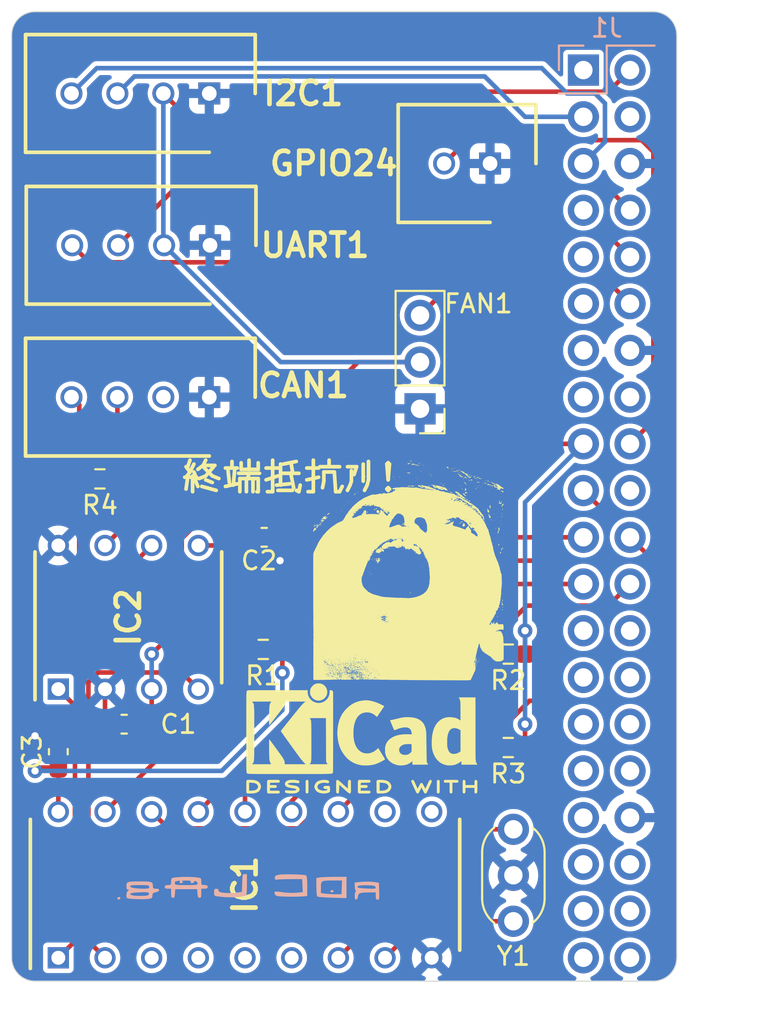
<source format=kicad_pcb>
(kicad_pcb (version 20221018) (generator pcbnew)
  (layers (0 "F.Cu" signal) (31 "B.Cu" signal) (34 "B.Paste" user) (35 "F.Paste" user) (36 "B.SilkS" user "B.Silkscreen") (37 "F.SilkS" user "F.Silkscreen") (38 "B.Mask" user) (39 "F.Mask" user) (44 "Edge.Cuts" user))
  (net 0 "")
  (net 1 "GND")
  (net 2 "+5V")
  (net 3 "CAN_H")
  (net 4 "CAN_L")
  (net 5 "CE0")
  (net 6 "MISO")
  (net 7 "MOSI")
  (net 8 "CLK")
  (net 9 "GPIO25")
  (net 10 "GPIO24")
  (net 11 "GPIO18")
  (net 12 "SDL")
  (net 13 "SDA")
  (net 14 "RX")
  (net 15 "TX")
  (net 16 "Net-(IC1-TXCAN)")
  (net 17 "Net-(IC1-RXCAN)")
  (net 22 "Net-(IC1-OSC2)")
  (net 23 "Net-(IC1-OSC1)")
  (net 26 "Net-(IC1-~{RESET})")
  (net 27 "+3.3V")
  (footprint "my_pretty:SHDR4W60P0X250_1X4_1250X640X880P" (layer "F.Cu") (at 43.815 43.815)
    (fp_text reference "UART1" (at 5.715 0) (layer "F.SilkS") (effects (font (size 1.27 1.27) (thickness 0.254))))
    (fp_text value "B04B-XASK-1_LF__SN_" hide)
    (pad "1" thru_hole rect (at 0 0) (size 1.2 1.2) (drill 0.8) (layers "*.Cu" "*.Mask") (net 1 "GND"))
    (pad "2" thru_hole circle (at -2.5 0) (size 1.2 1.2) (drill 0.8) (layers "*.Cu" "*.Mask") (net 2 "+5V"))
    (pad "3" thru_hole circle (at -5 0) (size 1.2 1.2) (drill 0.8) (layers "*.Cu" "*.Mask") (net 15 "TX"))
    (pad "4" thru_hole circle (at -7.5 0) (size 1.2 1.2) (drill 0.8) (layers "*.Cu" "*.Mask") (net 14 "RX"))
  )
  (footprint "my_pretty:DIP781W56P254L950H533Q8N" (layer "F.Cu") (at 39.37 64.04 90)
    (fp_text reference "IC2" (at 0 0 90) (layer "F.SilkS") (effects (font (size 1.27 1.27) (thickness 0.254))))
    (fp_text value "MCP2562FD-E_P" hide)
    (pad "1" thru_hole rect (at -3.905 -3.81 90) (size 1.159 1.159) (drill 0.759) (layers "*.Cu" "*.Mask") (net 16 "Net-(IC1-TXCAN)"))
    (pad "2" thru_hole circle (at -3.905 -1.27 90) (size 1.159 1.159) (drill 0.759) (layers "*.Cu" "*.Mask") (net 1 "GND"))
    (pad "3" thru_hole circle (at -3.905 1.27 90) (size 1.159 1.159) (drill 0.759) (layers "*.Cu" "*.Mask") (net 2 "+5V"))
    (pad "4" thru_hole circle (at -3.905 3.81 90) (size 1.159 1.159) (drill 0.759) (layers "*.Cu" "*.Mask") (net 17 "Net-(IC1-RXCAN)"))
    (pad "5" thru_hole circle (at 3.905 3.81 90) (size 1.159 1.159) (drill 0.759) (layers "*.Cu" "*.Mask") (net 27 "+3.3V"))
    (pad "6" thru_hole circle (at 3.905 1.27 90) (size 1.159 1.159) (drill 0.759) (layers "*.Cu" "*.Mask") (net 4 "CAN_L"))
    (pad "7" thru_hole circle (at 3.905 -1.27 90) (size 1.159 1.159) (drill 0.759) (layers "*.Cu" "*.Mask") (net 3 "CAN_H"))
    (pad "8" thru_hole circle (at 3.905 -3.81 90) (size 1.159 1.159) (drill 0.759) (layers "*.Cu" "*.Mask") (net 1 "GND"))
  )
  (footprint "my_pretty:SHDR4W60P0X250_1X4_1250X640X880P" (layer "F.Cu") (at 43.775 52.07)
    (fp_text reference "CAN1" (at 5.12 -0.635) (layer "F.SilkS") (effects (font (size 1.27 1.27) (thickness 0.254))))
    (fp_text value "B04B-XASK-1_LF__SN_" hide)
    (pad "1" thru_hole rect (at 0 0) (size 1.2 1.2) (drill 0.8) (layers "*.Cu" "*.Mask") (net 1 "GND"))
    (pad "2" thru_hole circle (at -2.5 0) (size 1.2 1.2) (drill 0.8) (layers "*.Cu" "*.Mask"))
    (pad "3" thru_hole circle (at -5 0) (size 1.2 1.2) (drill 0.8) (layers "*.Cu" "*.Mask") (net 3 "CAN_H"))
    (pad "4" thru_hole circle (at -7.5 0) (size 1.2 1.2) (drill 0.8) (layers "*.Cu" "*.Mask") (net 4 "CAN_L"))
  )
  (footprint "Resistor_SMD:R_0603_1608Metric_Pad0.98x0.95mm_HandSolder" (layer "F.Cu") (at 37.8225 56.515 180)
    (fp_text reference "R4" (at 0 -1.43) (layer "F.SilkS"))
    (fp_text value "120")
    (pad "1" smd roundrect (at -0.9125 0 180) (size 0.975 0.95) (layers "F.Cu" "F.Paste" "F.Mask") (net 3 "CAN_H"))
    (pad "2" smd roundrect (at 0.9125 0 180) (size 0.975 0.95) (layers "F.Cu" "F.Paste" "F.Mask") (net 4 "CAN_L"))
  )
  (footprint "Resistor_SMD:R_0603_1608Metric_Pad0.98x0.95mm_HandSolder" (layer "F.Cu") (at 60.0475 71.12 180)
    (fp_text reference "R3" (at 0 -1.43) (layer "F.SilkS"))
    (fp_text value "10k")
    (pad "1" smd roundrect (at -0.9125 0 180) (size 0.975 0.95) (layers "F.Cu" "F.Paste" "F.Mask") (net 27 "+3.3V"))
    (pad "2" smd roundrect (at 0.9125 0 180) (size 0.975 0.95) (layers "F.Cu" "F.Paste" "F.Mask") (net 9 "GPIO25"))
  )
  (footprint "Connector_PinHeader_2.54mm:PinHeader_1x03_P2.54mm_Vertical" (layer "F.Cu") (at 55.245 52.705 180)
    (fp_text reference "FAN1" (at -3.175 5.715) (layer "F.SilkS"))
    (fp_text value "Conn_01x03")
    (pad "1" thru_hole rect (at 0 0 180) (size 1.7 1.7) (drill 1) (layers "*.Cu" "*.Mask") (net 1 "GND"))
    (pad "2" thru_hole oval (at 0 2.54 180) (size 1.7 1.7) (drill 1) (layers "*.Cu" "*.Mask") (net 2 "+5V"))
    (pad "3" thru_hole oval (at 0 5.08 180) (size 1.7 1.7) (drill 1) (layers "*.Cu" "*.Mask") (net 11 "GPIO18"))
  )
  (footprint "Resistor_SMD:R_0603_1608Metric_Pad0.98x0.95mm_HandSolder" (layer "F.Cu") (at 46.7125 65.786 180)
    (fp_text reference "R1" (at 0 -1.43) (layer "F.SilkS"))
    (fp_text value "10k")
    (pad "1" smd roundrect (at -0.9125 0 180) (size 0.975 0.95) (layers "F.Cu" "F.Paste" "F.Mask") (net 27 "+3.3V"))
    (pad "2" smd roundrect (at 0.9125 0 180) (size 0.975 0.95) (layers "F.Cu" "F.Paste" "F.Mask") (net 26 "Net-(IC1-~{RESET})"))
  )
  (footprint "my_pretty:SHDR2W60P0X250_1X2_750X640X880P" (layer "F.Cu") (at 59.055 39.37)
    (fp_text reference "GPIO24" (at -8.509 0) (layer "F.SilkS") (effects (font (size 1.27 1.27) (thickness 0.254))))
    (fp_text value "B02B-XASK-1" hide)
    (pad "1" thru_hole rect (at 0 0) (size 1.2 1.2) (drill 0.8) (layers "*.Cu" "*.Mask") (net 1 "GND"))
    (pad "2" thru_hole circle (at -2.5 0) (size 1.2 1.2) (drill 0.8) (layers "*.Cu" "*.Mask") (net 10 "GPIO24"))
  )
  (footprint "logo_pretty:f" (layer "F.Cu") (at 54.61 61.468)
    (fp_text reference "G***" hide)
    (fp_text value "LOGO" hide)
  )
  (footprint "Capacitor_SMD:C_0603_1608Metric_Pad1.08x0.95mm_HandSolder" (layer "F.Cu") (at 35.56 71.3475 90)
    (fp_text reference "C3" (at 0 -1.43 90) (layer "F.SilkS"))
    (fp_text value "0.1u")
    (pad "1" smd roundrect (at -0.8625 0 90) (size 1.075 0.95) (layers "F.Cu" "F.Paste" "F.Mask") (net 27 "+3.3V"))
    (pad "2" smd roundrect (at 0.8625 0 90) (size 1.075 0.95) (layers "F.Cu" "F.Paste" "F.Mask") (net 1 "GND"))
  )
  (footprint "my_pretty:SHDR4W60P0X250_1X4_1250X640X880P" (layer "F.Cu") (at 43.775 35.56)
    (fp_text reference "I2C1" (at 5.12 0) (layer "F.SilkS") (effects (font (size 1.27 1.27) (thickness 0.254))))
    (fp_text value "B04B-XASK-1_LF__SN_" hide)
    (pad "1" thru_hole rect (at 0 0) (size 1.2 1.2) (drill 0.8) (layers "*.Cu" "*.Mask") (net 1 "GND"))
    (pad "2" thru_hole circle (at -2.5 0) (size 1.2 1.2) (drill 0.8) (layers "*.Cu" "*.Mask") (net 2 "+5V"))
    (pad "3" thru_hole circle (at -5 0) (size 1.2 1.2) (drill 0.8) (layers "*.Cu" "*.Mask") (net 13 "SDA"))
    (pad "4" thru_hole circle (at -7.5 0) (size 1.2 1.2) (drill 0.8) (layers "*.Cu" "*.Mask") (net 12 "SDL"))
  )
  (footprint "my_pretty:DIP794W56P254L2286H533Q18N" (layer "F.Cu") (at 45.72 78.581 90)
    (fp_text reference "IC1" (at 0 0 90) (layer "F.SilkS") (effects (font (size 1.27 1.27) (thickness 0.254))))
    (fp_text value "MCP2515-I_P" hide)
    (pad "1" thru_hole rect (at -3.969 -10.16 90) (size 1.159 1.159) (drill 0.759) (layers "*.Cu" "*.Mask") (net 16 "Net-(IC1-TXCAN)"))
    (pad "2" thru_hole circle (at -3.969 -7.62 90) (size 1.159 1.159) (drill 0.759) (layers "*.Cu" "*.Mask") (net 17 "Net-(IC1-RXCAN)"))
    (pad "3" thru_hole circle (at -3.969 -5.08 90) (size 1.159 1.159) (drill 0.759) (layers "*.Cu" "*.Mask"))
    (pad "4" thru_hole circle (at -3.969 -2.54 90) (size 1.159 1.159) (drill 0.759) (layers "*.Cu" "*.Mask"))
    (pad "5" thru_hole circle (at -3.969 0 90) (size 1.159 1.159) (drill 0.759) (layers "*.Cu" "*.Mask"))
    (pad "6" thru_hole circle (at -3.969 2.54 90) (size 1.159 1.159) (drill 0.759) (layers "*.Cu" "*.Mask"))
    (pad "7" thru_hole circle (at -3.969 5.08 90) (size 1.159 1.159) (drill 0.759) (layers "*.Cu" "*.Mask") (net 22 "Net-(IC1-OSC2)"))
    (pad "8" thru_hole circle (at -3.969 7.62 90) (size 1.159 1.159) (drill 0.759) (layers "*.Cu" "*.Mask") (net 23 "Net-(IC1-OSC1)"))
    (pad "9" thru_hole circle (at -3.969 10.16 90) (size 1.159 1.159) (drill 0.759) (layers "*.Cu" "*.Mask") (net 1 "GND"))
    (pad "10" thru_hole circle (at 3.969 10.16 90) (size 1.159 1.159) (drill 0.759) (layers "*.Cu" "*.Mask"))
    (pad "11" thru_hole circle (at 3.969 7.62 90) (size 1.159 1.159) (drill 0.759) (layers "*.Cu" "*.Mask"))
    (pad "12" thru_hole circle (at 3.969 5.08 90) (size 1.159 1.159) (drill 0.759) (layers "*.Cu" "*.Mask") (net 9 "GPIO25"))
    (pad "13" thru_hole circle (at 3.969 2.54 90) (size 1.159 1.159) (drill 0.759) (layers "*.Cu" "*.Mask") (net 8 "CLK"))
    (pad "14" thru_hole circle (at 3.969 0 90) (size 1.159 1.159) (drill 0.759) (layers "*.Cu" "*.Mask") (net 7 "MOSI"))
    (pad "15" thru_hole circle (at 3.969 -2.54 90) (size 1.159 1.159) (drill 0.759) (layers "*.Cu" "*.Mask") (net 6 "MISO"))
    (pad "16" thru_hole circle (at 3.969 -5.08 90) (size 1.159 1.159) (drill 0.759) (layers "*.Cu" "*.Mask") (net 5 "CE0"))
    (pad "17" thru_hole circle (at 3.969 -7.62 90) (size 1.159 1.159) (drill 0.759) (layers "*.Cu" "*.Mask") (net 26 "Net-(IC1-~{RESET})"))
    (pad "18" thru_hole circle (at 3.969 -10.16 90) (size 1.159 1.159) (drill 0.759) (layers "*.Cu" "*.Mask") (net 27 "+3.3V"))
  )
  (footprint "Resistor_SMD:R_0603_1608Metric_Pad0.98x0.95mm_HandSolder" (layer "F.Cu") (at 60.0475 66.04 180)
    (fp_text reference "R2" (at 0 -1.43) (layer "F.SilkS"))
    (fp_text value "10k")
    (pad "1" smd roundrect (at -0.9125 0 180) (size 0.975 0.95) (layers "F.Cu" "F.Paste" "F.Mask") (net 27 "+3.3V"))
    (pad "2" smd roundrect (at 0.9125 0 180) (size 0.975 0.95) (layers "F.Cu" "F.Paste" "F.Mask") (net 5 "CE0"))
  )
  (footprint "Crystal:Resonator_Murata_CSTLSxxxX-3Pin_W5.5mm_H3.0mm" (layer "F.Cu") (at 60.325 75.565 -90)
    (fp_text reference "Y1" (at 6.895 0) (layer "F.SilkS"))
    (fp_text value "Resonator")
    (pad "1" thru_hole circle (at 0 0 270) (size 1.7 1.7) (drill 1) (layers "*.Cu" "*.Mask") (net 22 "Net-(IC1-OSC2)"))
    (pad "2" thru_hole circle (at 2.5 0 270) (size 1.7 1.7) (drill 1) (layers "*.Cu" "*.Mask") (net 1 "GND"))
    (pad "3" thru_hole circle (at 5 0 270) (size 1.7 1.7) (drill 1) (layers "*.Cu" "*.Mask") (net 23 "Net-(IC1-OSC1)"))
  )
  (footprint "Capacitor_SMD:C_0603_1608Metric_Pad1.08x0.95mm_HandSolder" (layer "F.Cu") (at 46.7625 59.69)
    (fp_text reference "C2" (at -0.2805 1.27) (layer "F.SilkS"))
    (fp_text value "0.1u")
    (pad "1" smd roundrect (at -0.8625 0) (size 1.075 0.95) (layers "F.Cu" "F.Paste" "F.Mask") (net 27 "+3.3V"))
    (pad "2" smd roundrect (at 0.8625 0) (size 1.075 0.95) (layers "F.Cu" "F.Paste" "F.Mask") (net 1 "GND"))
  )
  (footprint "Capacitor_SMD:C_0603_1608Metric_Pad1.08x0.95mm_HandSolder" (layer "F.Cu") (at 39.1425 69.85 180)
    (fp_text reference "C1" (at -2.9475 0) (layer "F.SilkS"))
    (fp_text value "0.1u")
    (pad "1" smd roundrect (at -0.8625 0 180) (size 1.075 0.95) (layers "F.Cu" "F.Paste" "F.Mask") (net 2 "+5V"))
    (pad "2" smd roundrect (at 0.8625 0 180) (size 1.075 0.95) (layers "F.Cu" "F.Paste" "F.Mask") (net 1 "GND"))
  )
  (footprint "Symbol:KiCad-Logo2_5mm_SilkScreen" (layer "F.Cu") (at 52.07 70.612)
    (fp_text reference "REF**" hide)
    (fp_text value "KiCad-Logo2_5mm_SilkScreen" hide)
  )
  (footprint "Connector_PinSocket_2.54mm:PinSocket_2x20_P2.54mm_Vertical" (layer "B.Cu") (at 64.135 34.29 180)
    (fp_text reference "J1" (at -1.27 2.286) (layer "B.SilkS") (effects (justify mirror)))
    (fp_text value "Conn_02x20_Odd_Even")
    (pad "1" thru_hole rect (at 0 0 180) (size 1.7 1.7) (drill 1) (layers "*.Cu" "*.Mask"))
    (pad "2" thru_hole oval (at -2.54 0 180) (size 1.7 1.7) (drill 1) (layers "*.Cu" "*.Mask") (net 2 "+5V"))
    (pad "3" thru_hole oval (at 0 -2.54 180) (size 1.7 1.7) (drill 1) (layers "*.Cu" "*.Mask") (net 13 "SDA"))
    (pad "4" thru_hole oval (at -2.54 -2.54 180) (size 1.7 1.7) (drill 1) (layers "*.Cu" "*.Mask"))
    (pad "5" thru_hole oval (at 0 -5.08 180) (size 1.7 1.7) (drill 1) (layers "*.Cu" "*.Mask") (net 12 "SDL"))
    (pad "6" thru_hole oval (at -2.54 -5.08 180) (size 1.7 1.7) (drill 1) (layers "*.Cu" "*.Mask") (net 1 "GND"))
    (pad "7" thru_hole oval (at 0 -7.62 180) (size 1.7 1.7) (drill 1) (layers "*.Cu" "*.Mask"))
    (pad "8" thru_hole oval (at -2.54 -7.62 180) (size 1.7 1.7) (drill 1) (layers "*.Cu" "*.Mask") (net 15 "TX"))
    (pad "9" thru_hole oval (at 0 -10.16 180) (size 1.7 1.7) (drill 1) (layers "*.Cu" "*.Mask"))
    (pad "10" thru_hole oval (at -2.54 -10.16 180) (size 1.7 1.7) (drill 1) (layers "*.Cu" "*.Mask") (net 14 "RX"))
    (pad "11" thru_hole oval (at 0 -12.7 180) (size 1.7 1.7) (drill 1) (layers "*.Cu" "*.Mask"))
    (pad "12" thru_hole oval (at -2.54 -12.7 180) (size 1.7 1.7) (drill 1) (layers "*.Cu" "*.Mask") (net 11 "GPIO18"))
    (pad "13" thru_hole oval (at 0 -15.24 180) (size 1.7 1.7) (drill 1) (layers "*.Cu" "*.Mask"))
    (pad "14" thru_hole oval (at -2.54 -15.24 180) (size 1.7 1.7) (drill 1) (layers "*.Cu" "*.Mask") (net 1 "GND"))
    (pad "15" thru_hole oval (at 0 -17.78 180) (size 1.7 1.7) (drill 1) (layers "*.Cu" "*.Mask"))
    (pad "16" thru_hole oval (at -2.54 -17.78 180) (size 1.7 1.7) (drill 1) (layers "*.Cu" "*.Mask"))
    (pad "17" thru_hole oval (at 0 -20.32 180) (size 1.7 1.7) (drill 1) (layers "*.Cu" "*.Mask") (net 27 "+3.3V"))
    (pad "18" thru_hole oval (at -2.54 -20.32 180) (size 1.7 1.7) (drill 1) (layers "*.Cu" "*.Mask") (net 10 "GPIO24"))
    (pad "19" thru_hole oval (at 0 -22.86 180) (size 1.7 1.7) (drill 1) (layers "*.Cu" "*.Mask") (net 7 "MOSI"))
    (pad "20" thru_hole oval (at -2.54 -22.86 180) (size 1.7 1.7) (drill 1) (layers "*.Cu" "*.Mask"))
    (pad "21" thru_hole oval (at 0 -25.4 180) (size 1.7 1.7) (drill 1) (layers "*.Cu" "*.Mask") (net 6 "MISO"))
    (pad "22" thru_hole oval (at -2.54 -25.4 180) (size 1.7 1.7) (drill 1) (layers "*.Cu" "*.Mask") (net 9 "GPIO25"))
    (pad "23" thru_hole oval (at 0 -27.94 180) (size 1.7 1.7) (drill 1) (layers "*.Cu" "*.Mask") (net 8 "CLK"))
    (pad "24" thru_hole oval (at -2.54 -27.94 180) (size 1.7 1.7) (drill 1) (layers "*.Cu" "*.Mask") (net 5 "CE0"))
    (pad "25" thru_hole oval (at 0 -30.48 180) (size 1.7 1.7) (drill 1) (layers "*.Cu" "*.Mask"))
    (pad "26" thru_hole oval (at -2.54 -30.48 180) (size 1.7 1.7) (drill 1) (layers "*.Cu" "*.Mask"))
    (pad "27" thru_hole oval (at 0 -33.02 180) (size 1.7 1.7) (drill 1) (layers "*.Cu" "*.Mask"))
    (pad "28" thru_hole oval (at -2.54 -33.02 180) (size 1.7 1.7) (drill 1) (layers "*.Cu" "*.Mask"))
    (pad "29" thru_hole oval (at 0 -35.56 180) (size 1.7 1.7) (drill 1) (layers "*.Cu" "*.Mask"))
    (pad "30" thru_hole oval (at -2.54 -35.56 180) (size 1.7 1.7) (drill 1) (layers "*.Cu" "*.Mask"))
    (pad "31" thru_hole oval (at 0 -38.1 180) (size 1.7 1.7) (drill 1) (layers "*.Cu" "*.Mask"))
    (pad "32" thru_hole oval (at -2.54 -38.1 180) (size 1.7 1.7) (drill 1) (layers "*.Cu" "*.Mask"))
    (pad "33" thru_hole oval (at 0 -40.64 180) (size 1.7 1.7) (drill 1) (layers "*.Cu" "*.Mask"))
    (pad "34" thru_hole oval (at -2.54 -40.64 180) (size 1.7 1.7) (drill 1) (layers "*.Cu" "*.Mask") (net 1 "GND"))
    (pad "35" thru_hole oval (at 0 -43.18 180) (size 1.7 1.7) (drill 1) (layers "*.Cu" "*.Mask"))
    (pad "36" thru_hole oval (at -2.54 -43.18 180) (size 1.7 1.7) (drill 1) (layers "*.Cu" "*.Mask"))
    (pad "37" thru_hole oval (at 0 -45.72 180) (size 1.7 1.7) (drill 1) (layers "*.Cu" "*.Mask"))
    (pad "38" thru_hole oval (at -2.54 -45.72 180) (size 1.7 1.7) (drill 1) (layers "*.Cu" "*.Mask"))
    (pad "39" thru_hole oval (at 0 -48.26 180) (size 1.7 1.7) (drill 1) (layers "*.Cu" "*.Mask"))
    (pad "40" thru_hole oval (at -2.54 -48.26 180) (size 1.7 1.7) (drill 1) (layers "*.Cu" "*.Mask"))
  )
  (footprint "logo_pretty:rdclab_small" (layer "B.Cu") (at 45.974 78.994 180)
    (fp_text reference "G***" hide)
    (fp_text value "LOGO" hide)
  )
  (gr_line (start 34.29 31.115) (end 67.945 31.115) (stroke (width 0.05)) (layer "Edge.Cuts"))
  (gr_line (start 69.215 32.385) (end 69.215 82.55) (stroke (width 0.05)) (layer "Edge.Cuts"))
  (gr_line (start 33.02 32.385) (end 33.02 82.55) (stroke (width 0.05)) (layer "Edge.Cuts"))
  (gr_line (start 34.29 83.82) (end 67.945 83.82) (stroke (width 0.05)) (layer "Edge.Cuts"))
  (gr_arc (start 69.215 82.55) (mid 68.843026 83.448026) (end 67.945 83.82) (stroke (width 0.05)) (layer "Edge.Cuts"))
  (gr_arc (start 67.945 31.115) (mid 68.843026 31.486974) (end 69.215 32.385) (stroke (width 0.05)) (layer "Edge.Cuts"))
  (gr_arc (start 34.29 83.82) (mid 33.391974 83.448026) (end 33.02 82.55) (stroke (width 0.05)) (layer "Edge.Cuts"))
  (gr_arc (start 33.02 32.385) (mid 33.391974 31.486974) (end 34.29 31.115) (stroke (width 0.05)) (layer "Edge.Cuts"))
  (gr_text "終端抵抗ｱﾘ！" (at 42.164 57.404) (layer "F.SilkS") (effects (font (size 1.5 1.5) (thickness 0.2)) (justify left bottom)))
  (segment (start 38.1 67.945) (end 38.1 69.67) (width 0.25) (layer "F.Cu") (net 1))
  (segment (start 35.56 70.485) (end 34.29 70.485) (width 0.25) (layer "F.Cu") (net 1))
  (segment (start 38.1 69.67) (end 38.28 69.85) (width 0.25) (layer "F.Cu") (net 1))
  (segment (start 47.625 59.69) (end 47.625 60.96) (width 0.25) (layer "F.Cu") (net 1))
  (via (at 47.625 60.96) (size 0.8) (drill 0.4) (layers "F.Cu" "B.Cu") (net 1))
  (via (at 34.29 70.485) (size 0.8) (drill 0.4) (layers "F.Cu" "B.Cu") (net 1))
  (segment (start 40.64 69.215) (end 40.005 69.85) (width 0.25) (layer "F.Cu") (net 2))
  (segment (start 57.63462 35.465) (end 56.26962 36.83) (width 0.25) (layer "F.Cu") (net 2))
  (segment (start 51.870844 50.165) (end 55.245 50.165) (width 0.25) (layer "F.Cu") (net 2))
  (segment (start 42.2755 64.4045) (end 42.2755 59.760344) (width 0.25) (layer "F.Cu") (net 2))
  (segment (start 56.26962 36.83) (end 42.545 36.83) (width 0.25) (layer "F.Cu") (net 2))
  (segment (start 40.64 66.04) (end 42.2755 64.4045) (width 0.25) (layer "F.Cu") (net 2))
  (segment (start 42.545 36.83) (end 41.275 35.56) (width 0.25) (layer "F.Cu") (net 2))
  (segment (start 65.5 35.465) (end 57.63462 35.465) (width 0.25) (layer "F.Cu") (net 2))
  (segment (start 66.675 34.29) (end 65.5 35.465) (width 0.25) (layer "F.Cu") (net 2))
  (segment (start 42.2755 59.760344) (end 51.870844 50.165) (width 0.25) (layer "F.Cu") (net 2))
  (segment (start 40.64 67.945) (end 40.64 69.215) (width 0.25) (layer "F.Cu") (net 2))
  (via (at 40.64 66.04) (size 0.8) (drill 0.4) (layers "F.Cu" "B.Cu") (net 2))
  (segment (start 41.315 43.815) (end 47.665 50.165) (width 0.25) (layer "B.Cu") (net 2))
  (segment (start 40.64 67.945) (end 40.64 66.04) (width 0.25) (layer "B.Cu") (net 2))
  (segment (start 41.275 35.56) (end 41.275 43.775) (width 0.25) (layer "B.Cu") (net 2))
  (segment (start 41.275 43.775) (end 41.315 43.815) (width 0.25) (layer "B.Cu") (net 2))
  (segment (start 47.665 50.165) (end 55.245 50.165) (width 0.25) (layer "B.Cu") (net 2))
  (segment (start 38.775 59.46) (end 38.1 60.135) (width 0.25) (layer "F.Cu") (net 3))
  (segment (start 38.775 52.07) (end 38.775 59.46) (width 0.25) (layer "F.Cu") (net 3))
  (segment (start 36.699264 52.494264) (end 36.699264 60.829264) (width 0.25) (layer "F.Cu") (net 4))
  (segment (start 36.699264 60.829264) (end 37.465 61.595) (width 0.25) (layer "F.Cu") (net 4))
  (segment (start 39.18 61.595) (end 40.64 60.135) (width 0.25) (layer "F.Cu") (net 4))
  (segment (start 37.465 61.595) (end 39.18 61.595) (width 0.25) (layer "F.Cu") (net 4))
  (segment (start 36.275 52.07) (end 36.699264 52.494264) (width 0.25) (layer "F.Cu") (net 4))
  (segment (start 66.675 62.23) (end 65.5 63.405) (width 0.25) (layer "F.Cu") (net 5))
  (segment (start 49.5785 74.572656) (end 49.5785 73.66) (width 0.25) (layer "F.Cu") (net 5))
  (segment (start 65.5 63.405) (end 61.055 63.405) (width 0.25) (layer "F.Cu") (net 5))
  (segment (start 61.055 63.405) (end 59.135 65.325) (width 0.25) (layer "F.Cu") (net 5))
  (segment (start 48.634656 75.5165) (end 49.5785 74.572656) (width 0.25) (layer "F.Cu") (net 5))
  (segment (start 40.64 74.612) (end 41.5445 75.5165) (width 0.25) (layer "F.Cu") (net 5))
  (segment (start 57.1985 66.04) (end 59.135 66.04) (width 0.25) (layer "F.Cu") (net 5))
  (segment (start 41.5445 75.5165) (end 48.634656 75.5165) (width 0.25) (layer "F.Cu") (net 5))
  (segment (start 59.135 65.325) (end 59.135 66.04) (width 0.25) (layer "F.Cu") (net 5))
  (segment (start 49.5785 73.66) (end 57.1985 66.04) (width 0.25) (layer "F.Cu") (net 5))
  (segment (start 58.102 59.69) (end 43.18 74.612) (width 0.25) (layer "F.Cu") (net 6))
  (segment (start 64.135 59.69) (end 58.102 59.69) (width 0.25) (layer "F.Cu") (net 6))
  (segment (start 64.77 60.96) (end 65.405 60.325) (width 0.25) (layer "F.Cu") (net 7))
  (segment (start 57.785 60.96) (end 64.77 60.96) (width 0.25) (layer "F.Cu") (net 7))
  (segment (start 45.72 74.612) (end 45.72 73.025) (width 0.25) (layer "F.Cu") (net 7))
  (segment (start 45.72 73.025) (end 57.785 60.96) (width 0.25) (layer "F.Cu") (net 7))
  (segment (start 65.405 58.42) (end 64.135 57.15) (width 0.25) (layer "F.Cu") (net 7))
  (segment (start 65.405 60.325) (end 65.405 58.42) (width 0.25) (layer "F.Cu") (net 7))
  (segment (start 48.26 74.612) (end 48.26 74.0325) (width 0.25) (layer "F.Cu") (net 8))
  (segment (start 48.26 74.0325) (end 60.0625 62.23) (width 0.25) (layer "F.Cu") (net 8))
  (segment (start 60.0625 62.23) (end 64.135 62.23) (width 0.25) (layer "F.Cu") (net 8))
  (segment (start 54.292 71.12) (end 59.135 71.12) (width 0.25) (layer "F.Cu") (net 9))
  (segment (start 67.31 68.58) (end 67.945 67.945) (width 0.25) (layer "F.Cu") (net 9))
  (segment (start 59.135 71.12) (end 59.135 70.649695) (width 0.25) (layer "F.Cu") (net 9))
  (segment (start 61.204695 68.58) (end 67.31 68.58) (width 0.25) (layer "F.Cu") (net 9))
  (segment (start 59.135 70.649695) (end 61.204695 68.58) (width 0.25) (layer "F.Cu") (net 9))
  (segment (start 67.945 67.945) (end 67.945 60.96) (width 0.25) (layer "F.Cu") (net 9))
  (segment (start 67.945 60.96) (end 66.675 59.69) (width 0.25) (layer "F.Cu") (net 9))
  (segment (start 50.8 74.612) (end 54.292 71.12) (width 0.25) (layer "F.Cu") (net 9))
  (segment (start 57.825 38.1) (end 67.31 38.1) (width 0.25) (layer "F.Cu") (net 10))
  (segment (start 67.31 38.1) (end 67.945 38.735) (width 0.25) (layer "F.Cu") (net 10))
  (segment (start 56.555 39.37) (end 57.825 38.1) (width 0.25) (layer "F.Cu") (net 10))
  (segment (start 67.945 38.735) (end 67.945 53.34) (width 0.25) (layer "F.Cu") (net 10))
  (segment (start 67.945 53.34) (end 66.675 54.61) (width 0.25) (layer "F.Cu") (net 10))
  (segment (start 57.15 45.72) (end 65.405 45.72) (width 0.25) (layer "F.Cu") (net 11))
  (segment (start 65.405 45.72) (end 66.675 46.99) (width 0.25) (layer "F.Cu") (net 11))
  (segment (start 55.245 47.625) (end 57.15 45.72) (width 0.25) (layer "F.Cu") (net 11))
  (segment (start 36.275 35.56) (end 37.65 34.185) (width 0.25) (layer "B.Cu") (net 12))
  (segment (start 65.31 36.1) (end 65.31 38.195) (width 0.25) (layer "B.Cu") (net 12))
  (segment (start 61.87038 34.185) (end 63.24538 35.56) (width 0.25) (layer "B.Cu") (net 12))
  (segment (start 37.65 34.185) (end 61.87038 34.185) (width 0.25) (layer "B.Cu") (net 12))
  (segment (start 63.24538 35.56) (end 64.77 35.56) (width 0.25) (layer "B.Cu") (net 12))
  (segment (start 65.31 38.195) (end 64.135 39.37) (width 0.25) (layer "B.Cu") (net 12))
  (segment (start 64.77 35.56) (end 65.31 36.1) (width 0.25) (layer "B.Cu") (net 12))
  (segment (start 60.96 36.83) (end 64.135 36.83) (width 0.25) (layer "B.Cu") (net 13))
  (segment (start 58.765 34.635) (end 60.96 36.83) (width 0.25) (layer "B.Cu") (net 13))
  (segment (start 39.7 34.635) (end 58.765 34.635) (width 0.25) (layer "B.Cu") (net 13))
  (segment (start 38.775 35.56) (end 39.7 34.635) (width 0.25) (layer "B.Cu") (net 13))
  (segment (start 62.865 43.18) (end 65.405 43.18) (width 0.25) (layer "F.Cu") (net 14))
  (segment (start 37.24 44.74) (end 61.305 44.74) (width 0.25) (layer "F.Cu") (net 14))
  (segment (start 61.305 44.74) (end 62.865 43.18) (width 0.25) (layer "F.Cu") (net 14))
  (segment (start 36.315 43.815) (end 37.24 44.74) (width 0.25) (layer "F.Cu") (net 14))
  (segment (start 65.405 43.18) (end 66.675 44.45) (width 0.25) (layer "F.Cu") (net 14))
  (segment (start 41.99 40.64) (end 65.405 40.64) (width 0.25) (layer "F.Cu") (net 15))
  (segment (start 38.815 43.815) (end 41.99 40.64) (width 0.25) (layer "F.Cu") (net 15))
  (segment (start 65.405 40.64) (end 66.675 41.91) (width 0.25) (layer "F.Cu") (net 15))
  (segment (start 35.56 67.945) (end 36.4645 68.8495) (width 0.25) (layer "F.Cu") (net 16))
  (segment (start 36.4645 81.6455) (end 35.56 82.55) (width 0.25) (layer "F.Cu") (net 16))
  (segment (start 36.4645 68.8495) (end 36.4645 81.6455) (width 0.25) (layer "F.Cu") (net 16))
  (segment (start 37.1955 81.6455) (end 37.1955 67.570344) (width 0.25) (layer "F.Cu") (net 17))
  (segment (start 42.2755 67.0405) (end 43.18 67.945) (width 0.25) (layer "F.Cu") (net 17))
  (segment (start 37.1955 67.570344) (end 37.725344 67.0405) (width 0.25) (layer "F.Cu") (net 17))
  (segment (start 37.725344 67.0405) (end 42.2755 67.0405) (width 0.25) (layer "F.Cu") (net 17))
  (segment (start 38.1 82.55) (end 37.1955 81.6455) (width 0.25) (layer "F.Cu") (net 17))
  (segment (start 57.785 75.565) (end 60.325 75.565) (width 0.25) (layer "F.Cu") (net 22))
  (segment (start 50.8 82.55) (end 57.785 75.565) (width 0.25) (layer "F.Cu") (net 22))
  (segment (start 55.325 80.565) (end 60.325 80.565) (width 0.25) (layer "F.Cu") (net 23))
  (segment (start 53.34 82.55) (end 55.325 80.565) (width 0.25) (layer "F.Cu") (net 23))
  (segment (start 45.45 67.262) (end 45.45 65.786) (width 0.25) (layer "F.Cu") (net 26))
  (segment (start 38.1 74.612) (end 45.45 67.262) (width 0.25) (layer "F.Cu") (net 26))
  (segment (start 47.625 62.103) (end 47.625 65.786) (width 0.25) (layer "F.Cu") (net 27))
  (segment (start 60.96 66.04) (end 60.96 64.77) (width 0.25) (layer "F.Cu") (net 27))
  (segment (start 47.752 65.913) (end 47.625 65.786) (width 0.25) (layer "F.Cu") (net 27))
  (segment (start 47.752 67.056) (end 47.752 65.913) (width 0.25) (layer "F.Cu") (net 27))
  (segment (start 45.9 60.378) (end 47.625 62.103) (width 0.25) (layer "F.Cu") (net 27))
  (segment (start 50.98 54.61) (end 45.9 59.69) (width 0.25) (layer "F.Cu") (net 27))
  (segment (start 45.9 59.69) (end 45.9 60.378) (width 0.25) (layer "F.Cu") (net 27))
  (segment (start 35.56 72.21) (end 35.56 74.612) (width 0.25) (layer "F.Cu") (net 27))
  (segment (start 35.56 72.21) (end 34.47 72.21) (width 0.25) (layer "F.Cu") (net 27))
  (segment (start 34.47 72.21) (end 34.29 72.39) (width 0.25) (layer "F.Cu") (net 27))
  (segment (start 43.18 60.135) (end 45.455 60.135) (width 0.25) (layer "F.Cu") (net 27))
  (segment (start 64.135 54.61) (end 50.98 54.61) (width 0.25) (layer "F.Cu") (net 27))
  (segment (start 45.455 60.135) (end 45.9 59.69) (width 0.25) (layer "F.Cu") (net 27))
  (segment (start 60.96 71.12) (end 60.96 69.85) (width 0.25) (layer "F.Cu") (net 27))
  (via (at 60.96 69.85) (size 0.8) (drill 0.4) (layers "F.Cu" "B.Cu") (net 27))
  (via (at 60.96 64.77) (size 0.8) (drill 0.4) (layers "F.Cu" "B.Cu") (net 27))
  (via (at 47.752 67.056) (size 0.8) (drill 0.4) (layers "F.Cu" "B.Cu") (net 27))
  (via (at 34.29 72.39) (size 0.8) (drill 0.4) (layers "F.Cu" "B.Cu") (net 27))
  (segment (start 60.96 57.785) (end 64.135 54.61) (width 0.25) (layer "B.Cu") (net 27))
  (segment (start 44.45 72.39) (end 47.752 69.088) (width 0.25) (layer "B.Cu") (net 27))
  (segment (start 47.752 69.088) (end 47.752 67.056) (width 0.25) (layer "B.Cu") (net 27))
  (segment (start 34.29 72.39) (end 44.45 72.39) (width 0.25) (layer "B.Cu") (net 27))
  (segment (start 60.96 69.85) (end 60.96 57.785) (width 0.25) (layer "B.Cu") (net 27))
  (zone (net 1) (net_name "GND") (layer "B.Cu") (connect_pads (clearance 0.25)) (min_thickness 0.25) (fill yes (thermal_gap 0.5) (thermal_bridge_width 0.5))
    (polygon (pts (xy 32.385 30.48) (xy 70.485 30.48) (xy 70.485 84.455) (xy 32.385 84.455)))
  )
)
</source>
